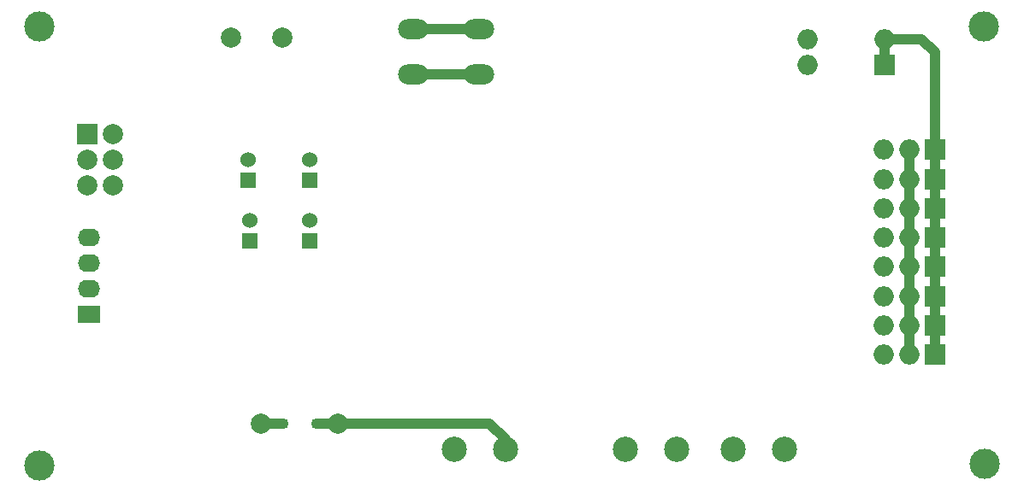
<source format=gbr>
G04 #@! TF.FileFunction,Copper,L2,Bot,Signal*
%FSLAX46Y46*%
G04 Gerber Fmt 4.6, Leading zero omitted, Abs format (unit mm)*
G04 Created by KiCad (PCBNEW 4.0.7) date 10/01/18 00:26:36*
%MOMM*%
%LPD*%
G01*
G04 APERTURE LIST*
%ADD10C,0.100000*%
%ADD11R,2.000000X2.000000*%
%ADD12O,2.000000X2.000000*%
%ADD13C,2.000000*%
%ADD14R,1.524000X1.524000*%
%ADD15C,1.524000*%
%ADD16R,0.850900X0.850900*%
%ADD17R,2.200000X1.750000*%
%ADD18O,2.200000X1.750000*%
%ADD19C,2.500000*%
%ADD20O,3.000000X2.000000*%
%ADD21C,1.998980*%
%ADD22C,3.000000*%
%ADD23C,1.000000*%
G04 APERTURE END LIST*
D10*
D11*
X181840000Y-87900000D03*
D12*
X179300000Y-87900000D03*
X176760000Y-87900000D03*
D11*
X181840000Y-85000000D03*
D12*
X179300000Y-85000000D03*
X176760000Y-85000000D03*
D11*
X181840000Y-76300000D03*
D12*
X179300000Y-76300000D03*
X176760000Y-76300000D03*
D11*
X181840000Y-73400000D03*
D12*
X179300000Y-73400000D03*
X176760000Y-73400000D03*
D11*
X181840000Y-90800000D03*
D12*
X179300000Y-90800000D03*
X176760000Y-90800000D03*
D11*
X181840000Y-79200000D03*
D12*
X179300000Y-79200000D03*
X176760000Y-79200000D03*
D11*
X181840000Y-82100000D03*
D12*
X179300000Y-82100000D03*
X176760000Y-82100000D03*
D11*
X181840000Y-70500000D03*
D12*
X179300000Y-70500000D03*
X176760000Y-70500000D03*
D13*
X115200000Y-97600000D03*
X122800000Y-97600000D03*
D14*
X114100000Y-79500000D03*
D15*
X114100000Y-77500000D03*
D14*
X113900000Y-73500000D03*
D15*
X113900000Y-71500000D03*
D14*
X120000000Y-79500000D03*
D15*
X120000000Y-77500000D03*
D14*
X120000000Y-73500000D03*
D15*
X120000000Y-71500000D03*
D16*
X120673860Y-97600000D03*
X117326140Y-97600000D03*
D17*
X98100000Y-86810000D03*
D18*
X98100000Y-84270000D03*
X98100000Y-81730000D03*
X98100000Y-79190000D03*
D11*
X97930000Y-68960000D03*
D13*
X100470000Y-68960000D03*
X97930000Y-71500000D03*
X100470000Y-71500000D03*
X97930000Y-74040000D03*
X100470000Y-74040000D03*
D19*
X134260000Y-100200000D03*
X139340000Y-100200000D03*
X151260000Y-100200000D03*
X156340000Y-100200000D03*
X161860000Y-100200000D03*
X166940000Y-100200000D03*
D20*
X130250000Y-63050000D03*
X130250000Y-58550000D03*
X136750000Y-58550000D03*
X136750000Y-63050000D03*
D11*
X176900000Y-62100000D03*
D12*
X169280000Y-62100000D03*
X176900000Y-59560000D03*
X169280000Y-59560000D03*
D21*
X112160000Y-59400000D03*
X117240000Y-59400000D03*
D22*
X186700000Y-58300000D03*
X93250000Y-58250000D03*
X93250000Y-101750000D03*
X186800000Y-101600000D03*
D23*
X115200000Y-97600000D02*
X117326140Y-97600000D01*
X120673860Y-97600000D02*
X122800000Y-97600000D01*
X139340000Y-100200000D02*
X139340000Y-99140000D01*
X139340000Y-99140000D02*
X137800000Y-97600000D01*
X137800000Y-97600000D02*
X122800000Y-97600000D01*
X136750000Y-58550000D02*
X130250000Y-58550000D01*
X176900000Y-62100000D02*
X176900000Y-59560000D01*
X176900000Y-59560000D02*
X180560000Y-59560000D01*
X180560000Y-59560000D02*
X181840000Y-60840000D01*
X181840000Y-60840000D02*
X181840000Y-70500000D01*
X181840000Y-70500000D02*
X181840000Y-73400000D01*
X181840000Y-73400000D02*
X181840000Y-76300000D01*
X181840000Y-76300000D02*
X181840000Y-79200000D01*
X181840000Y-79200000D02*
X181840000Y-82100000D01*
X181840000Y-82100000D02*
X181840000Y-85000000D01*
X181840000Y-85000000D02*
X181840000Y-87900000D01*
X181840000Y-87900000D02*
X181840000Y-90800000D01*
X179300000Y-90800000D02*
X179300000Y-87900000D01*
X179300000Y-87900000D02*
X179300000Y-85000000D01*
X179300000Y-85000000D02*
X179300000Y-82100000D01*
X179300000Y-82100000D02*
X179300000Y-79200000D01*
X179300000Y-79200000D02*
X179300000Y-76300000D01*
X179300000Y-76300000D02*
X179300000Y-73400000D01*
X179300000Y-73400000D02*
X179300000Y-70500000D01*
X130250000Y-63050000D02*
X136750000Y-63050000D01*
M02*

</source>
